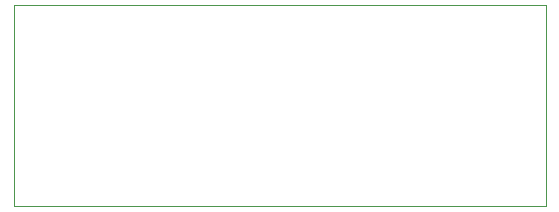
<source format=gbr>
G04 #@! TF.GenerationSoftware,KiCad,Pcbnew,(5.1.0)-1*
G04 #@! TF.CreationDate,2019-09-10T00:52:53+02:00*
G04 #@! TF.ProjectId,big_button_v1,6269675f-6275-4747-946f-6e5f76312e6b,rev?*
G04 #@! TF.SameCoordinates,Original*
G04 #@! TF.FileFunction,Profile,NP*
%FSLAX46Y46*%
G04 Gerber Fmt 4.6, Leading zero omitted, Abs format (unit mm)*
G04 Created by KiCad (PCBNEW (5.1.0)-1) date 2019-09-10 00:52:53*
%MOMM*%
%LPD*%
G04 APERTURE LIST*
%ADD10C,0.120000*%
G04 APERTURE END LIST*
D10*
X110000000Y-81000000D02*
X110000000Y-98000000D01*
X155000000Y-81000000D02*
X110000000Y-81000000D01*
X155000000Y-98000000D02*
X155000000Y-81000000D01*
X110000000Y-98000000D02*
X155000000Y-98000000D01*
M02*

</source>
